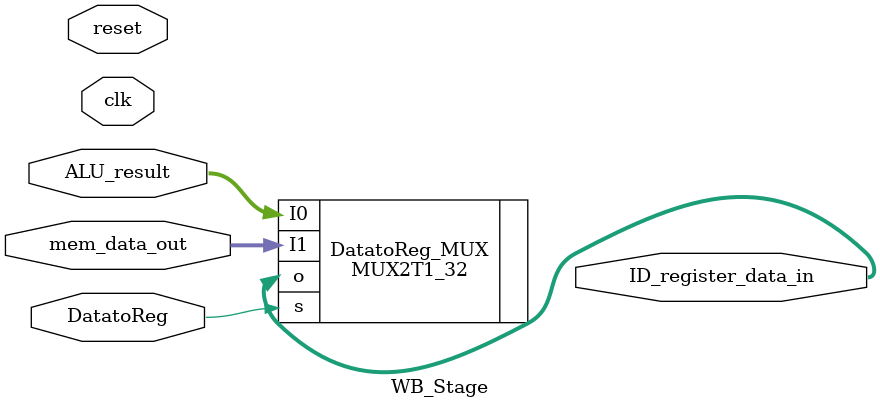
<source format=v>
`timescale 1ns / 1ps
module WB_Stage(
	input clk,
	input reset,
	
	input DatatoReg,
	
	input [31:0] mem_data_out,
	input [31:0] ALU_result,
	
	output [31:0] ID_register_data_in
    );

	MUX2T1_32 DatatoReg_MUX(
		.s(DatatoReg),
		.I0(ALU_result),
		.I1(mem_data_out),
		.o(ID_register_data_in)
	);


endmodule

</source>
